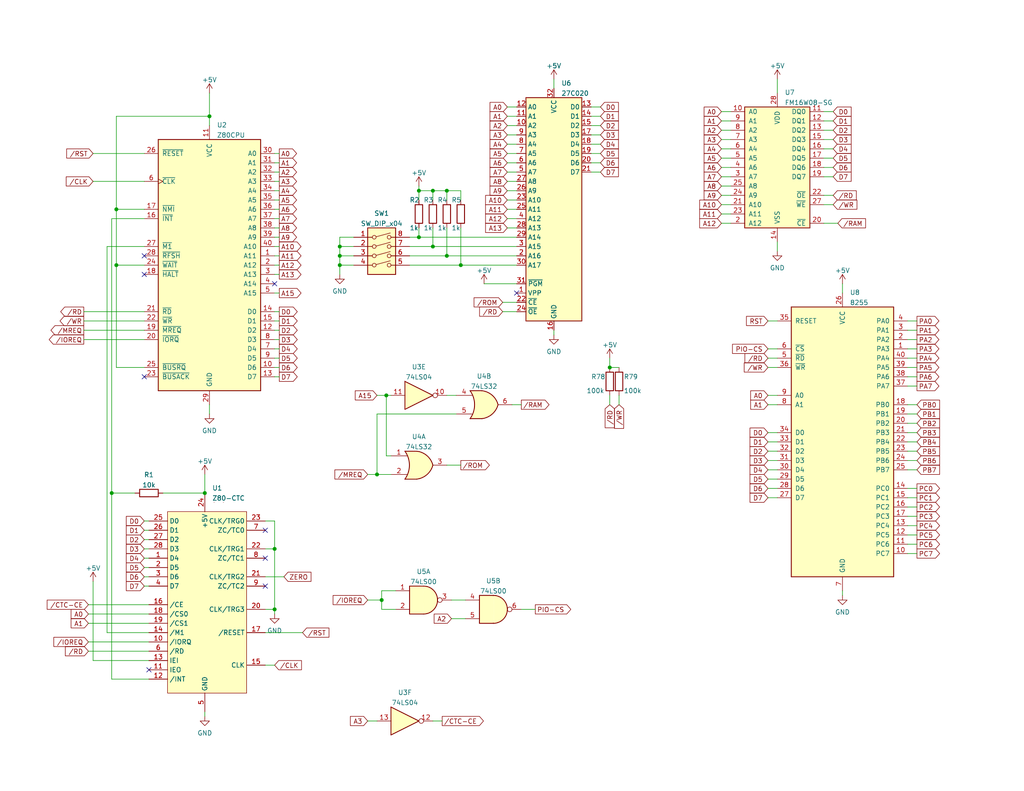
<source format=kicad_sch>
(kicad_sch (version 20211123) (generator eeschema)
  (paper "USLetter")
  (title_block (title "CPU and Memory") (date "2022-02-05") (rev "1.1") (company "ePinball") (comment 1 "github.com/jfleitz/gp-mpu"))
  (junction (at 74.93 149.86))
  (junction (at 57.15 31.75))
  (junction (at 166.37 100.33))
  (junction (at 92.71 67.31))
  (junction (at 121.92 69.85))
  (junction (at 118.11 67.31))
  (junction (at 105.41 107.95))
  (junction (at 74.93 166.37))
  (junction (at 104.14 163.83))
  (junction (at 114.3 52.07))
  (junction (at 125.73 72.39))
  (junction (at 30.48 134.62))
  (junction (at 114.3 64.77))
  (junction (at 92.71 72.39))
  (junction (at 118.11 52.07))
  (junction (at 31.75 72.39))
  (junction (at 55.88 134.62))
  (junction (at 121.92 52.07))
  (junction (at 92.71 69.85))
  (junction (at 31.75 57.15))
  (junction (at 102.87 129.54))
  (no_connect (at 140.97 80.01))
  (no_connect (at 74.93 77.47))
  (no_connect (at 39.37 69.85))
  (no_connect (at 39.37 74.93))
  (no_connect (at 39.37 102.87))
  (no_connect (at 72.39 144.78))
  (no_connect (at 72.39 152.4))
  (no_connect (at 72.39 160.02))
  (no_connect (at 40.64 182.88))
  (wire (pts (xy 25.4 158.75) (xy 25.4 180.34)))
  (wire (pts (xy 224.79 30.48) (xy 227.33 30.48)))
  (wire (pts (xy 74.93 74.93) (xy 76.2 74.93)))
  (wire (pts (xy 161.29 44.45) (xy 163.83 44.45)))
  (wire (pts (xy 151.13 21.59) (xy 151.13 24.13)))
  (wire (pts (xy 196.85 48.26) (xy 199.39 48.26)))
  (wire (pts (xy 24.13 165.1) (xy 40.64 165.1)))
  (wire (pts (xy 74.93 67.31) (xy 76.2 67.31)))
  (wire (pts (xy 39.37 149.86) (xy 40.64 149.86)))
  (wire (pts (xy 74.93 46.99) (xy 76.2 46.99)))
  (wire (pts (xy 24.13 170.18) (xy 40.64 170.18)))
  (wire (pts (xy 72.39 149.86) (xy 74.93 149.86)))
  (wire (pts (xy 74.93 41.91) (xy 76.2 41.91)))
  (wire (pts (xy 22.86 92.71) (xy 39.37 92.71)))
  (wire (pts (xy 118.11 62.23) (xy 118.11 67.31)))
  (wire (pts (xy 125.73 72.39) (xy 140.97 72.39)))
  (wire (pts (xy 92.71 67.31) (xy 92.71 64.77)))
  (wire (pts (xy 114.3 62.23) (xy 114.3 64.77)))
  (wire (pts (xy 74.93 64.77) (xy 76.2 64.77)))
  (wire (pts (xy 247.65 97.79) (xy 250.19 97.79)))
  (wire (pts (xy 247.65 92.71) (xy 250.19 92.71)))
  (wire (pts (xy 118.11 54.61) (xy 118.11 52.07)))
  (wire (pts (xy 161.29 31.75) (xy 163.83 31.75)))
  (wire (pts (xy 31.75 100.33) (xy 39.37 100.33)))
  (wire (pts (xy 74.93 44.45) (xy 76.2 44.45)))
  (wire (pts (xy 118.11 67.31) (xy 140.97 67.31)))
  (wire (pts (xy 142.24 166.37) (xy 146.05 166.37)))
  (wire (pts (xy 247.65 151.13) (xy 250.19 151.13)))
  (wire (pts (xy 138.43 29.21) (xy 140.97 29.21)))
  (wire (pts (xy 196.85 40.64) (xy 199.39 40.64)))
  (wire (pts (xy 209.55 133.35) (xy 212.09 133.35)))
  (wire (pts (xy 247.65 110.49) (xy 250.19 110.49)))
  (wire (pts (xy 209.55 95.25) (xy 212.09 95.25)))
  (wire (pts (xy 224.79 40.64) (xy 227.33 40.64)))
  (wire (pts (xy 121.92 52.07) (xy 121.92 54.61)))
  (wire (pts (xy 92.71 72.39) (xy 92.71 69.85)))
  (wire (pts (xy 92.71 72.39) (xy 96.52 72.39)))
  (wire (pts (xy 196.85 60.96) (xy 199.39 60.96)))
  (wire (pts (xy 247.65 135.89) (xy 250.19 135.89)))
  (wire (pts (xy 196.85 38.1) (xy 199.39 38.1)))
  (wire (pts (xy 138.43 34.29) (xy 140.97 34.29)))
  (wire (pts (xy 209.55 130.81) (xy 212.09 130.81)))
  (wire (pts (xy 114.3 64.77) (xy 140.97 64.77)))
  (wire (pts (xy 224.79 55.88) (xy 227.33 55.88)))
  (wire (pts (xy 24.13 167.64) (xy 40.64 167.64)))
  (wire (pts (xy 104.14 166.37) (xy 107.95 166.37)))
  (wire (pts (xy 39.37 142.24) (xy 40.64 142.24)))
  (wire (pts (xy 102.87 129.54) (xy 106.68 129.54)))
  (wire (pts (xy 106.68 124.46) (xy 105.41 124.46)))
  (wire (pts (xy 30.48 59.69) (xy 30.48 134.62)))
  (wire (pts (xy 118.11 52.07) (xy 114.3 52.07)))
  (wire (pts (xy 31.75 31.75) (xy 57.15 31.75)))
  (wire (pts (xy 161.29 39.37) (xy 163.83 39.37)))
  (wire (pts (xy 57.15 25.4) (xy 57.15 31.75)))
  (wire (pts (xy 22.86 90.17) (xy 39.37 90.17)))
  (wire (pts (xy 39.37 157.48) (xy 40.64 157.48)))
  (wire (pts (xy 247.65 138.43) (xy 250.19 138.43)))
  (wire (pts (xy 102.87 113.03) (xy 102.87 129.54)))
  (wire (pts (xy 196.85 50.8) (xy 199.39 50.8)))
  (wire (pts (xy 74.93 59.69) (xy 76.2 59.69)))
  (wire (pts (xy 138.43 31.75) (xy 140.97 31.75)))
  (wire (pts (xy 39.37 57.15) (xy 31.75 57.15)))
  (wire (pts (xy 196.85 43.18) (xy 199.39 43.18)))
  (wire (pts (xy 74.93 57.15) (xy 76.2 57.15)))
  (wire (pts (xy 74.93 142.24) (xy 74.93 149.86)))
  (wire (pts (xy 209.55 125.73) (xy 212.09 125.73)))
  (wire (pts (xy 57.15 31.75) (xy 57.15 34.29)))
  (wire (pts (xy 138.43 46.99) (xy 140.97 46.99)))
  (wire (pts (xy 92.71 64.77) (xy 96.52 64.77)))
  (wire (pts (xy 161.29 36.83) (xy 163.83 36.83)))
  (wire (pts (xy 118.11 52.07) (xy 121.92 52.07)))
  (wire (pts (xy 72.39 157.48) (xy 77.47 157.48)))
  (wire (pts (xy 31.75 57.15) (xy 31.75 31.75)))
  (wire (pts (xy 196.85 58.42) (xy 199.39 58.42)))
  (wire (pts (xy 247.65 90.17) (xy 250.19 90.17)))
  (wire (pts (xy 44.45 134.62) (xy 55.88 134.62)))
  (wire (pts (xy 166.37 107.95) (xy 166.37 110.49)))
  (wire (pts (xy 168.91 107.95) (xy 168.91 110.49)))
  (wire (pts (xy 121.92 107.95) (xy 124.46 107.95)))
  (wire (pts (xy 25.4 49.53) (xy 39.37 49.53)))
  (wire (pts (xy 39.37 147.32) (xy 40.64 147.32)))
  (wire (pts (xy 118.11 196.85) (xy 120.65 196.85)))
  (wire (pts (xy 74.93 100.33) (xy 76.2 100.33)))
  (wire (pts (xy 138.43 62.23) (xy 140.97 62.23)))
  (wire (pts (xy 224.79 43.18) (xy 227.33 43.18)))
  (wire (pts (xy 209.55 87.63) (xy 212.09 87.63)))
  (wire (pts (xy 100.33 129.54) (xy 102.87 129.54)))
  (wire (pts (xy 196.85 30.48) (xy 199.39 30.48)))
  (wire (pts (xy 74.93 69.85) (xy 76.2 69.85)))
  (wire (pts (xy 123.19 163.83) (xy 127 163.83)))
  (wire (pts (xy 138.43 52.07) (xy 140.97 52.07)))
  (wire (pts (xy 74.93 80.01) (xy 76.2 80.01)))
  (wire (pts (xy 74.93 85.09) (xy 76.2 85.09)))
  (wire (pts (xy 111.76 72.39) (xy 125.73 72.39)))
  (wire (pts (xy 137.16 82.55) (xy 140.97 82.55)))
  (wire (pts (xy 209.55 118.11) (xy 212.09 118.11)))
  (wire (pts (xy 55.88 129.54) (xy 55.88 134.62)))
  (wire (pts (xy 105.41 107.95) (xy 105.41 124.46)))
  (wire (pts (xy 74.93 87.63) (xy 76.2 87.63)))
  (wire (pts (xy 39.37 152.4) (xy 40.64 152.4)))
  (wire (pts (xy 247.65 125.73) (xy 250.19 125.73)))
  (wire (pts (xy 92.71 74.93) (xy 92.71 72.39)))
  (wire (pts (xy 138.43 44.45) (xy 140.97 44.45)))
  (wire (pts (xy 114.3 50.8) (xy 114.3 52.07)))
  (wire (pts (xy 224.79 53.34) (xy 227.33 53.34)))
  (wire (pts (xy 24.13 175.26) (xy 40.64 175.26)))
  (wire (pts (xy 121.92 52.07) (xy 125.73 52.07)))
  (wire (pts (xy 100.33 163.83) (xy 104.14 163.83)))
  (wire (pts (xy 196.85 33.02) (xy 199.39 33.02)))
  (wire (pts (xy 121.92 62.23) (xy 121.92 69.85)))
  (wire (pts (xy 196.85 35.56) (xy 199.39 35.56)))
  (wire (pts (xy 247.65 133.35) (xy 250.19 133.35)))
  (wire (pts (xy 209.55 123.19) (xy 212.09 123.19)))
  (wire (pts (xy 247.65 146.05) (xy 250.19 146.05)))
  (wire (pts (xy 224.79 45.72) (xy 227.33 45.72)))
  (wire (pts (xy 247.65 148.59) (xy 250.19 148.59)))
  (wire (pts (xy 74.93 92.71) (xy 76.2 92.71)))
  (wire (pts (xy 132.08 77.47) (xy 140.97 77.47)))
  (wire (pts (xy 74.93 54.61) (xy 76.2 54.61)))
  (wire (pts (xy 121.92 69.85) (xy 140.97 69.85)))
  (wire (pts (xy 209.55 97.79) (xy 212.09 97.79)))
  (wire (pts (xy 247.65 120.65) (xy 250.19 120.65)))
  (wire (pts (xy 125.73 62.23) (xy 125.73 72.39)))
  (wire (pts (xy 138.43 41.91) (xy 140.97 41.91)))
  (wire (pts (xy 30.48 185.42) (xy 40.64 185.42)))
  (wire (pts (xy 121.92 127) (xy 125.73 127)))
  (wire (pts (xy 29.21 172.72) (xy 40.64 172.72)))
  (wire (pts (xy 22.86 87.63) (xy 39.37 87.63)))
  (wire (pts (xy 31.75 57.15) (xy 31.75 72.39)))
  (wire (pts (xy 74.93 49.53) (xy 76.2 49.53)))
  (wire (pts (xy 39.37 144.78) (xy 40.64 144.78)))
  (wire (pts (xy 196.85 55.88) (xy 199.39 55.88)))
  (wire (pts (xy 125.73 52.07) (xy 125.73 54.61)))
  (wire (pts (xy 107.95 161.29) (xy 104.14 161.29)))
  (wire (pts (xy 111.76 69.85) (xy 121.92 69.85)))
  (wire (pts (xy 39.37 160.02) (xy 40.64 160.02)))
  (wire (pts (xy 212.09 66.04) (xy 212.09 68.58)))
  (wire (pts (xy 138.43 36.83) (xy 140.97 36.83)))
  (wire (pts (xy 114.3 52.07) (xy 114.3 54.61)))
  (wire (pts (xy 74.93 72.39) (xy 76.2 72.39)))
  (wire (pts (xy 111.76 67.31) (xy 118.11 67.31)))
  (wire (pts (xy 224.79 60.96) (xy 228.6 60.96)))
  (wire (pts (xy 161.29 41.91) (xy 163.83 41.91)))
  (wire (pts (xy 247.65 123.19) (xy 250.19 123.19)))
  (wire (pts (xy 166.37 100.33) (xy 168.91 100.33)))
  (wire (pts (xy 138.43 39.37) (xy 140.97 39.37)))
  (wire (pts (xy 72.39 166.37) (xy 74.93 166.37)))
  (wire (pts (xy 161.29 46.99) (xy 163.83 46.99)))
  (wire (pts (xy 212.09 21.59) (xy 212.09 25.4)))
  (wire (pts (xy 25.4 41.91) (xy 39.37 41.91)))
  (wire (pts (xy 247.65 113.03) (xy 250.19 113.03)))
  (wire (pts (xy 138.43 49.53) (xy 140.97 49.53)))
  (wire (pts (xy 209.55 110.49) (xy 212.09 110.49)))
  (wire (pts (xy 72.39 181.61) (xy 74.93 181.61)))
  (wire (pts (xy 151.13 90.17) (xy 151.13 91.44)))
  (wire (pts (xy 29.21 67.31) (xy 29.21 172.72)))
  (wire (pts (xy 74.93 149.86) (xy 74.93 166.37)))
  (wire (pts (xy 31.75 72.39) (xy 39.37 72.39)))
  (wire (pts (xy 72.39 142.24) (xy 74.93 142.24)))
  (wire (pts (xy 111.76 64.77) (xy 114.3 64.77)))
  (wire (pts (xy 39.37 59.69) (xy 30.48 59.69)))
  (wire (pts (xy 55.88 194.31) (xy 55.88 195.58)))
  (wire (pts (xy 247.65 140.97) (xy 250.19 140.97)))
  (wire (pts (xy 102.87 107.95) (xy 105.41 107.95)))
  (wire (pts (xy 209.55 128.27) (xy 212.09 128.27)))
  (wire (pts (xy 196.85 53.34) (xy 199.39 53.34)))
  (wire (pts (xy 209.55 135.89) (xy 212.09 135.89)))
  (wire (pts (xy 72.39 172.72) (xy 82.55 172.72)))
  (wire (pts (xy 247.65 143.51) (xy 250.19 143.51)))
  (wire (pts (xy 24.13 177.8) (xy 40.64 177.8)))
  (wire (pts (xy 224.79 33.02) (xy 227.33 33.02)))
  (wire (pts (xy 105.41 107.95) (xy 106.68 107.95)))
  (wire (pts (xy 224.79 35.56) (xy 227.33 35.56)))
  (wire (pts (xy 138.43 57.15) (xy 140.97 57.15)))
  (wire (pts (xy 25.4 180.34) (xy 40.64 180.34)))
  (wire (pts (xy 104.14 163.83) (xy 104.14 166.37)))
  (wire (pts (xy 31.75 72.39) (xy 31.75 100.33)))
  (wire (pts (xy 224.79 38.1) (xy 227.33 38.1)))
  (wire (pts (xy 161.29 29.21) (xy 163.83 29.21)))
  (wire (pts (xy 166.37 97.79) (xy 166.37 100.33)))
  (wire (pts (xy 229.87 77.47) (xy 229.87 80.01)))
  (wire (pts (xy 30.48 134.62) (xy 30.48 185.42)))
  (wire (pts (xy 247.65 128.27) (xy 250.19 128.27)))
  (wire (pts (xy 161.29 34.29) (xy 163.83 34.29)))
  (wire (pts (xy 137.16 85.09) (xy 140.97 85.09)))
  (wire (pts (xy 104.14 161.29) (xy 104.14 163.83)))
  (wire (pts (xy 92.71 69.85) (xy 96.52 69.85)))
  (wire (pts (xy 224.79 48.26) (xy 227.33 48.26)))
  (wire (pts (xy 138.43 54.61) (xy 140.97 54.61)))
  (wire (pts (xy 74.93 52.07) (xy 76.2 52.07)))
  (wire (pts (xy 209.55 100.33) (xy 212.09 100.33)))
  (wire (pts (xy 209.55 107.95) (xy 212.09 107.95)))
  (wire (pts (xy 74.93 95.25) (xy 76.2 95.25)))
  (wire (pts (xy 39.37 67.31) (xy 29.21 67.31)))
  (wire (pts (xy 247.65 95.25) (xy 250.19 95.25)))
  (wire (pts (xy 22.86 85.09) (xy 39.37 85.09)))
  (wire (pts (xy 74.93 166.37) (xy 74.93 167.64)))
  (wire (pts (xy 123.19 168.91) (xy 127 168.91)))
  (wire (pts (xy 30.48 134.62) (xy 36.83 134.62)))
  (wire (pts (xy 247.65 87.63) (xy 250.19 87.63)))
  (wire (pts (xy 196.85 45.72) (xy 199.39 45.72)))
  (wire (pts (xy 92.71 69.85) (xy 92.71 67.31)))
  (wire (pts (xy 139.7 110.49) (xy 142.24 110.49)))
  (wire (pts (xy 39.37 154.94) (xy 40.64 154.94)))
  (wire (pts (xy 124.46 113.03) (xy 102.87 113.03)))
  (wire (pts (xy 57.15 110.49) (xy 57.15 113.03)))
  (wire (pts (xy 209.55 120.65) (xy 212.09 120.65)))
  (wire (pts (xy 74.93 90.17) (xy 76.2 90.17)))
  (wire (pts (xy 92.71 67.31) (xy 96.52 67.31)))
  (wire (pts (xy 247.65 105.41) (xy 250.19 105.41)))
  (wire (pts (xy 247.65 102.87) (xy 250.19 102.87)))
  (wire (pts (xy 247.65 118.11) (xy 250.19 118.11)))
  (wire (pts (xy 138.43 59.69) (xy 140.97 59.69)))
  (wire (pts (xy 247.65 115.57) (xy 250.19 115.57)))
  (wire (pts (xy 74.93 97.79) (xy 76.2 97.79)))
  (wire (pts (xy 229.87 161.29) (xy 229.87 162.56)))
  (wire (pts (xy 74.93 62.23) (xy 76.2 62.23)))
  (wire (pts (xy 247.65 100.33) (xy 250.19 100.33)))
  (wire (pts (xy 100.33 196.85) (xy 102.87 196.85)))
  (wire (pts (xy 74.93 102.87) (xy 76.2 102.87)))
  (global_label "{slash}RD" (shape input) (at 137.16 85.09 180) (property "Intersheet References" "${INTERSHEET_REFS}" (effects hide)))
  (global_label "{slash}IOREQ" (shape input) (at 100.33 163.83 180) (property "Intersheet References" "${INTERSHEET_REFS}" (effects hide)))
  (global_label "A10" (shape input) (at 138.43 54.61 180) (property "Intersheet References" "${INTERSHEET_REFS}" (effects hide)))
  (global_label "D4" (shape input) (at 209.55 128.27 180) (property "Intersheet References" "${INTERSHEET_REFS}" (effects hide)))
  (global_label "A7" (shape input) (at 138.43 46.99 180) (property "Intersheet References" "${INTERSHEET_REFS}" (effects hide)))
  (global_label "{slash}WR" (shape input) (at 227.33 55.88 0) (property "Intersheet References" "${INTERSHEET_REFS}" (effects hide)))
  (global_label "PB5" (shape input) (at 250.19 123.19 0) (property "Intersheet References" "${INTERSHEET_REFS}" (effects hide)))
  (global_label "D3" (shape output) (at 76.2 92.71 0) (property "Intersheet References" "${INTERSHEET_REFS}" (effects hide)))
  (global_label "{slash}RST" (shape input) (at 82.55 172.72 0) (property "Intersheet References" "${INTERSHEET_REFS}" (effects hide)))
  (global_label "D6" (shape input) (at 209.55 133.35 180) (property "Intersheet References" "${INTERSHEET_REFS}" (effects hide)))
  (global_label "D3" (shape input) (at 163.83 36.83 0) (property "Intersheet References" "${INTERSHEET_REFS}" (effects hide)))
  (global_label "PA7" (shape output) (at 250.19 105.41 0) (property "Intersheet References" "${INTERSHEET_REFS}" (effects hide)))
  (global_label "D2" (shape input) (at 209.55 123.19 180) (property "Intersheet References" "${INTERSHEET_REFS}" (effects hide)))
  (global_label "A3" (shape input) (at 138.43 36.83 180) (property "Intersheet References" "${INTERSHEET_REFS}" (effects hide)))
  (global_label "D7" (shape input) (at 163.83 46.99 0) (property "Intersheet References" "${INTERSHEET_REFS}" (effects hide)))
  (global_label "A7" (shape output) (at 76.2 59.69 0) (property "Intersheet References" "${INTERSHEET_REFS}" (effects hide)))
  (global_label "A0" (shape output) (at 76.2 41.91 0) (property "Intersheet References" "${INTERSHEET_REFS}" (effects hide)))
  (global_label "D1" (shape input) (at 39.37 144.78 180) (property "Intersheet References" "${INTERSHEET_REFS}" (effects hide)))
  (global_label "D0" (shape input) (at 227.33 30.48 0) (property "Intersheet References" "${INTERSHEET_REFS}" (effects hide)))
  (global_label "A4" (shape output) (at 76.2 52.07 0) (property "Intersheet References" "${INTERSHEET_REFS}" (effects hide)))
  (global_label "D0" (shape input) (at 39.37 142.24 180) (property "Intersheet References" "${INTERSHEET_REFS}" (effects hide)))
  (global_label "PB2" (shape input) (at 250.19 115.57 0) (property "Intersheet References" "${INTERSHEET_REFS}" (effects hide)))
  (global_label "PA4" (shape output) (at 250.19 97.79 0) (property "Intersheet References" "${INTERSHEET_REFS}" (effects hide)))
  (global_label "{slash}ROM" (shape input) (at 137.16 82.55 180) (property "Intersheet References" "${INTERSHEET_REFS}" (effects hide)))
  (global_label "D1" (shape input) (at 163.83 31.75 0) (property "Intersheet References" "${INTERSHEET_REFS}" (effects hide)))
  (global_label "{slash}CLK" (shape input) (at 25.4 49.53 180) (property "Intersheet References" "${INTERSHEET_REFS}" (effects hide)))
  (global_label "A1" (shape output) (at 76.2 44.45 0) (property "Intersheet References" "${INTERSHEET_REFS}" (effects hide)))
  (global_label "D3" (shape input) (at 39.37 149.86 180) (property "Intersheet References" "${INTERSHEET_REFS}" (effects hide)))
  (global_label "PB7" (shape input) (at 250.19 128.27 0) (property "Intersheet References" "${INTERSHEET_REFS}" (effects hide)))
  (global_label "D0" (shape output) (at 76.2 85.09 0) (property "Intersheet References" "${INTERSHEET_REFS}" (effects hide)))
  (global_label "{slash}RD" (shape input) (at 227.33 53.34 0) (property "Intersheet References" "${INTERSHEET_REFS}" (effects hide)))
  (global_label "A9" (shape input) (at 196.85 53.34 180) (property "Intersheet References" "${INTERSHEET_REFS}" (effects hide)))
  (global_label "D2" (shape output) (at 76.2 90.17 0) (property "Intersheet References" "${INTERSHEET_REFS}" (effects hide)))
  (global_label "PB4" (shape input) (at 250.19 120.65 0) (property "Intersheet References" "${INTERSHEET_REFS}" (effects hide)))
  (global_label "{slash}RST" (shape input) (at 25.4 41.91 180) (property "Intersheet References" "${INTERSHEET_REFS}" (effects hide)))
  (global_label "D0" (shape input) (at 209.55 118.11 180) (property "Intersheet References" "${INTERSHEET_REFS}" (effects hide)))
  (global_label "A5" (shape input) (at 138.43 41.91 180) (property "Intersheet References" "${INTERSHEET_REFS}" (effects hide)))
  (global_label "D7" (shape input) (at 227.33 48.26 0) (property "Intersheet References" "${INTERSHEET_REFS}" (effects hide)))
  (global_label "D6" (shape output) (at 76.2 100.33 0) (property "Intersheet References" "${INTERSHEET_REFS}" (effects hide)))
  (global_label "D5" (shape input) (at 209.55 130.81 180) (property "Intersheet References" "${INTERSHEET_REFS}" (effects hide)))
  (global_label "D2" (shape input) (at 227.33 35.56 0) (property "Intersheet References" "${INTERSHEET_REFS}" (effects hide)))
  (global_label "D6" (shape input) (at 163.83 44.45 0) (property "Intersheet References" "${INTERSHEET_REFS}" (effects hide)))
  (global_label "D2" (shape input) (at 163.83 34.29 0) (property "Intersheet References" "${INTERSHEET_REFS}" (effects hide)))
  (global_label "A6" (shape output) (at 76.2 57.15 0) (property "Intersheet References" "${INTERSHEET_REFS}" (effects hide)))
  (global_label "D1" (shape output) (at 76.2 87.63 0) (property "Intersheet References" "${INTERSHEET_REFS}" (effects hide)))
  (global_label "A15" (shape output) (at 76.2 80.01 0) (property "Intersheet References" "${INTERSHEET_REFS}" (effects hide)))
  (global_label "A3" (shape input) (at 196.85 38.1 180) (property "Intersheet References" "${INTERSHEET_REFS}" (effects hide)))
  (global_label "A10" (shape output) (at 76.2 67.31 0) (property "Intersheet References" "${INTERSHEET_REFS}" (effects hide)))
  (global_label "D4" (shape input) (at 163.83 39.37 0) (property "Intersheet References" "${INTERSHEET_REFS}" (effects hide)))
  (global_label "{slash}ROM" (shape output) (at 125.73 127 0) (property "Intersheet References" "${INTERSHEET_REFS}" (effects hide)))
  (global_label "{slash}RD" (shape input) (at 166.37 110.49 270) (property "Intersheet References" "${INTERSHEET_REFS}" (effects hide)))
  (global_label "PC3" (shape output) (at 250.19 140.97 0) (property "Intersheet References" "${INTERSHEET_REFS}" (effects hide)))
  (global_label "A4" (shape input) (at 138.43 39.37 180) (property "Intersheet References" "${INTERSHEET_REFS}" (effects hide)))
  (global_label "A11" (shape input) (at 138.43 57.15 180) (property "Intersheet References" "${INTERSHEET_REFS}" (effects hide)))
  (global_label "A12" (shape input) (at 196.85 60.96 180) (property "Intersheet References" "${INTERSHEET_REFS}" (effects hide)))
  (global_label "A13" (shape input) (at 138.43 62.23 180) (property "Intersheet References" "${INTERSHEET_REFS}" (effects hide)))
  (global_label "PB3" (shape input) (at 250.19 118.11 0) (property "Intersheet References" "${INTERSHEET_REFS}" (effects hide)))
  (global_label "A6" (shape input) (at 138.43 44.45 180) (property "Intersheet References" "${INTERSHEET_REFS}" (effects hide)))
  (global_label "{slash}WR" (shape input) (at 209.55 100.33 180) (property "Intersheet References" "${INTERSHEET_REFS}" (effects hide)))
  (global_label "PA6" (shape output) (at 250.19 102.87 0) (property "Intersheet References" "${INTERSHEET_REFS}" (effects hide)))
  (global_label "PIO-CS" (shape input) (at 209.55 95.25 180) (property "Intersheet References" "${INTERSHEET_REFS}" (effects hide)))
  (global_label "D3" (shape input) (at 227.33 38.1 0) (property "Intersheet References" "${INTERSHEET_REFS}" (effects hide)))
  (global_label "A3" (shape input) (at 100.33 196.85 180) (property "Intersheet References" "${INTERSHEET_REFS}" (effects hide)))
  (global_label "A15" (shape input) (at 102.87 107.95 180) (property "Intersheet References" "${INTERSHEET_REFS}" (effects hide)))
  (global_label "A2" (shape output) (at 76.2 46.99 0) (property "Intersheet References" "${INTERSHEET_REFS}" (effects hide)))
  (global_label "D4" (shape input) (at 227.33 40.64 0) (property "Intersheet References" "${INTERSHEET_REFS}" (effects hide)))
  (global_label "{slash}WR" (shape output) (at 22.86 87.63 180) (property "Intersheet References" "${INTERSHEET_REFS}" (effects hide)))
  (global_label "PC0" (shape output) (at 250.19 133.35 0) (property "Intersheet References" "${INTERSHEET_REFS}" (effects hide)))
  (global_label "D7" (shape input) (at 209.55 135.89 180) (property "Intersheet References" "${INTERSHEET_REFS}" (effects hide)))
  (global_label "PA3" (shape output) (at 250.19 95.25 0) (property "Intersheet References" "${INTERSHEET_REFS}" (effects hide)))
  (global_label "PC5" (shape output) (at 250.19 146.05 0) (property "Intersheet References" "${INTERSHEET_REFS}" (effects hide)))
  (global_label "PA0" (shape output) (at 250.19 87.63 0) (property "Intersheet References" "${INTERSHEET_REFS}" (effects hide)))
  (global_label "A1" (shape input) (at 138.43 31.75 180) (property "Intersheet References" "${INTERSHEET_REFS}" (effects hide)))
  (global_label "A8" (shape output) (at 76.2 62.23 0) (property "Intersheet References" "${INTERSHEET_REFS}" (effects hide)))
  (global_label "A12" (shape output) (at 76.2 72.39 0) (property "Intersheet References" "${INTERSHEET_REFS}" (effects hide)))
  (global_label "A1" (shape input) (at 209.55 110.49 180) (property "Intersheet References" "${INTERSHEET_REFS}" (effects hide)))
  (global_label "D6" (shape input) (at 227.33 45.72 0) (property "Intersheet References" "${INTERSHEET_REFS}" (effects hide)))
  (global_label "{slash}MREQ" (shape input) (at 100.33 129.54 180) (property "Intersheet References" "${INTERSHEET_REFS}" (effects hide)))
  (global_label "{slash}RD" (shape input) (at 209.55 97.79 180) (property "Intersheet References" "${INTERSHEET_REFS}" (effects hide)))
  (global_label "D7" (shape output) (at 76.2 102.87 0) (property "Intersheet References" "${INTERSHEET_REFS}" (effects hide)))
  (global_label "D4" (shape input) (at 39.37 152.4 180) (property "Intersheet References" "${INTERSHEET_REFS}" (effects hide)))
  (global_label "{slash}WR" (shape input) (at 168.91 110.49 270) (property "Intersheet References" "${INTERSHEET_REFS}" (effects hide)))
  (global_label "D5" (shape input) (at 227.33 43.18 0) (property "Intersheet References" "${INTERSHEET_REFS}" (effects hide)))
  (global_label "{slash}RD" (shape output) (at 22.86 85.09 180) (property "Intersheet References" "${INTERSHEET_REFS}" (effects hide)))
  (global_label "{slash}CTC-CE" (shape output) (at 120.65 196.85 0) (property "Intersheet References" "${INTERSHEET_REFS}" (effects hide)))
  (global_label "PA2" (shape output) (at 250.19 92.71 0) (property "Intersheet References" "${INTERSHEET_REFS}" (effects hide)))
  (global_label "PC1" (shape output) (at 250.19 135.89 0) (property "Intersheet References" "${INTERSHEET_REFS}" (effects hide)))
  (global_label "PA5" (shape output) (at 250.19 100.33 0) (property "Intersheet References" "${INTERSHEET_REFS}" (effects hide)))
  (global_label "D1" (shape input) (at 227.33 33.02 0) (property "Intersheet References" "${INTERSHEET_REFS}" (effects hide)))
  (global_label "D3" (shape input) (at 209.55 125.73 180) (property "Intersheet References" "${INTERSHEET_REFS}" (effects hide)))
  (global_label "A0" (shape input) (at 209.55 107.95 180) (property "Intersheet References" "${INTERSHEET_REFS}" (effects hide)))
  (global_label "A4" (shape input) (at 196.85 40.64 180) (property "Intersheet References" "${INTERSHEET_REFS}" (effects hide)))
  (global_label "D0" (shape input) (at 163.83 29.21 0) (property "Intersheet References" "${INTERSHEET_REFS}" (effects hide)))
  (global_label "{slash}RD" (shape input) (at 24.13 177.8 180) (property "Intersheet References" "${INTERSHEET_REFS}" (effects hide)))
  (global_label "A1" (shape input) (at 196.85 33.02 180) (property "Intersheet References" "${INTERSHEET_REFS}" (effects hide)))
  (global_label "A11" (shape input) (at 196.85 58.42 180) (property "Intersheet References" "${INTERSHEET_REFS}" (effects hide)))
  (global_label "A0" (shape input) (at 24.13 167.64 180) (property "Intersheet References" "${INTERSHEET_REFS}" (effects hide)))
  (global_label "D2" (shape input) (at 39.37 147.32 180) (property "Intersheet References" "${INTERSHEET_REFS}" (effects hide)))
  (global_label "A5" (shape output) (at 76.2 54.61 0) (property "Intersheet References" "${INTERSHEET_REFS}" (effects hide)))
  (global_label "D4" (shape output) (at 76.2 95.25 0) (property "Intersheet References" "${INTERSHEET_REFS}" (effects hide)))
  (global_label "{slash}CLK" (shape input) (at 74.93 181.61 0) (property "Intersheet References" "${INTERSHEET_REFS}" (effects hide)))
  (global_label "PB6" (shape input) (at 250.19 125.73 0) (property "Intersheet References" "${INTERSHEET_REFS}" (effects hide)))
  (global_label "PC2" (shape output) (at 250.19 138.43 0) (property "Intersheet References" "${INTERSHEET_REFS}" (effects hide)))
  (global_label "PC4" (shape output) (at 250.19 143.51 0) (property "Intersheet References" "${INTERSHEET_REFS}" (effects hide)))
  (global_label "{slash}IOREQ" (shape input) (at 24.13 175.26 180) (property "Intersheet References" "${INTERSHEET_REFS}" (effects hide)))
  (global_label "PC6" (shape output) (at 250.19 148.59 0) (property "Intersheet References" "${INTERSHEET_REFS}" (effects hide)))
  (global_label "A12" (shape input) (at 138.43 59.69 180) (property "Intersheet References" "${INTERSHEET_REFS}" (effects hide)))
  (global_label "D7" (shape input) (at 39.37 160.02 180) (property "Intersheet References" "${INTERSHEET_REFS}" (effects hide)))
  (global_label "ZERO" (shape input) (at 77.47 157.48 0) (property "Intersheet References" "${INTERSHEET_REFS}" (effects hide)))
  (global_label "A1" (shape input) (at 24.13 170.18 180) (property "Intersheet References" "${INTERSHEET_REFS}" (effects hide)))
  (global_label "{slash}RAM" (shape input) (at 228.6 60.96 0) (property "Intersheet References" "${INTERSHEET_REFS}" (effects hide)))
  (global_label "{slash}CTC-CE" (shape input) (at 24.13 165.1 180) (property "Intersheet References" "${INTERSHEET_REFS}" (effects hide)))
  (global_label "{slash}IOREQ" (shape output) (at 22.86 92.71 180) (property "Intersheet References" "${INTERSHEET_REFS}" (effects hide)))
  (global_label "PB0" (shape input) (at 250.19 110.49 0) (property "Intersheet References" "${INTERSHEET_REFS}" (effects hide)))
  (global_label "A10" (shape input) (at 196.85 55.88 180) (property "Intersheet References" "${INTERSHEET_REFS}" (effects hide)))
  (global_label "A9" (shape output) (at 76.2 64.77 0) (property "Intersheet References" "${INTERSHEET_REFS}" (effects hide)))
  (global_label "D5" (shape output) (at 76.2 97.79 0) (property "Intersheet References" "${INTERSHEET_REFS}" (effects hide)))
  (global_label "A8" (shape input) (at 138.43 49.53 180) (property "Intersheet References" "${INTERSHEET_REFS}" (effects hide)))
  (global_label "A7" (shape input) (at 196.85 48.26 180) (property "Intersheet References" "${INTERSHEET_REFS}" (effects hide)))
  (global_label "A3" (shape output) (at 76.2 49.53 0) (property "Intersheet References" "${INTERSHEET_REFS}" (effects hide)))
  (global_label "A0" (shape input) (at 196.85 30.48 180) (property "Intersheet References" "${INTERSHEET_REFS}" (effects hide)))
  (global_label "D5" (shape input) (at 39.37 154.94 180) (property "Intersheet References" "${INTERSHEET_REFS}" (effects hide)))
  (global_label "D1" (shape input) (at 209.55 120.65 180) (property "Intersheet References" "${INTERSHEET_REFS}" (effects hide)))
  (global_label "A2" (shape input) (at 123.19 168.91 180) (property "Intersheet References" "${INTERSHEET_REFS}" (effects hide)))
  (global_label "PC7" (shape output) (at 250.19 151.13 0) (property "Intersheet References" "${INTERSHEET_REFS}" (effects hide)))
  (global_label "A6" (shape input) (at 196.85 45.72 180) (property "Intersheet References" "${INTERSHEET_REFS}" (effects hide)))
  (global_label "A5" (shape input) (at 196.85 43.18 180) (property "Intersheet References" "${INTERSHEET_REFS}" (effects hide)))
  (global_label "A9" (shape input) (at 138.43 52.07 180) (property "Intersheet References" "${INTERSHEET_REFS}" (effects hide)))
  (global_label "A0" (shape input) (at 138.43 29.21 180) (property "Intersheet References" "${INTERSHEET_REFS}" (effects hide)))
  (global_label "PB1" (shape input) (at 250.19 113.03 0) (property "Intersheet References" "${INTERSHEET_REFS}" (effects hide)))
  (global_label "RST" (shape input) (at 209.55 87.63 180) (property "Intersheet References" "${INTERSHEET_REFS}" (effects hide)))
  (global_label "A11" (shape output) (at 76.2 69.85 0) (property "Intersheet References" "${INTERSHEET_REFS}" (effects hide)))
  (global_label "D6" (shape input) (at 39.37 157.48 180) (property "Intersheet References" "${INTERSHEET_REFS}" (effects hide)))
  (global_label "PA1" (shape output) (at 250.19 90.17 0) (property "Intersheet References" "${INTERSHEET_REFS}" (effects hide)))
  (global_label "A13" (shape output) (at 76.2 74.93 0) (property "Intersheet References" "${INTERSHEET_REFS}" (effects hide)))
  (global_label "{slash}RAM" (shape output) (at 142.24 110.49 0) (property "Intersheet References" "${INTERSHEET_REFS}" (effects hide)))
  (global_label "A2" (shape input) (at 138.43 34.29 180) (property "Intersheet References" "${INTERSHEET_REFS}" (effects hide)))
  (global_label "A2" (shape input) (at 196.85 35.56 180) (property "Intersheet References" "${INTERSHEET_REFS}" (effects hide)))
  (global_label "D5" (shape input) (at 163.83 41.91 0) (property "Intersheet References" "${INTERSHEET_REFS}" (effects hide)))
  (global_label "PIO-CS" (shape output) (at 146.05 166.37 0) (property "Intersheet References" "${INTERSHEET_REFS}" (effects hide)))
  (global_label "A8" (shape input) (at 196.85 50.8 180) (property "Intersheet References" "${INTERSHEET_REFS}" (effects hide)))
  (global_label "{slash}MREQ" (shape output) (at 22.86 90.17 180) (property "Intersheet References" "${INTERSHEET_REFS}" (effects hide)))
  (symbol (lib_id "74xx:74LS00") (at 134.62 166.37 0) (unit 2)
    (property "Reference" "U5" (at 134.62 158.5935 0))
    (property "Value" "74LS00" (at 134.62 161.3686 0))
    (property "Footprint" "Package_DIP:DIP-14_W7.62mm_LongPads" (effects hide))
    (property "Datasheet" "http://www.ti.com/lit/gpn/sn74ls00" (effects hide))
  )
  (symbol (lib_id "power:+5V") (at 151.13 21.59 0) (unit 1)
    (property "Reference" "#PWR09" (effects hide))
    (property "Value" "+5V" (at 151.13 17.9855 0))
  )
  (symbol (lib_id "power:GND") (at 151.13 91.44 0) (unit 1)
    (property "Reference" "#PWR010" (effects hide))
    (property "Value" "GND" (at 151.13 96.0025 0))
  )
  (symbol (lib_id "Device:R") (at 125.73 58.42 0) (unit 1)
    (property "Reference" "R5" (at 123.19 54.61 0) (effects (justify left)))
    (property "Value" "1k" (at 123.19 62.23 0) (effects (justify left)))
    (property "Footprint" "Resistor_THT:R_Axial_DIN0207_L6.3mm_D2.5mm_P10.16mm_Horizontal" (effects hide))
  )
  (symbol (lib_id "Device:R") (at 40.64 134.62 90) (unit 1)
    (property "Reference" "R1" (at 40.64 129.6375 90))
    (property "Value" "10k" (at 40.64 132.4126 90))
    (property "Footprint" "Resistor_THT:R_Axial_DIN0207_L6.3mm_D2.5mm_P10.16mm_Horizontal" (effects hide))
  )
  (symbol (lib_id "power:GND") (at 229.87 162.56 0) (unit 1)
    (property "Reference" "#PWR014" (effects hide))
    (property "Value" "GND" (at 229.87 167.1225 0))
  )
  (symbol (lib_id "power:+5V") (at 55.88 129.54 0) (unit 1)
    (property "Reference" "#PWR02" (effects hide))
    (property "Value" "+5V" (at 55.88 125.9355 0))
  )
  (symbol (lib_id "Device:R") (at 118.11 58.42 0) (unit 1)
    (property "Reference" "R3" (at 115.57 54.61 0) (effects (justify left)))
    (property "Value" "1k" (at 115.57 62.23 0) (effects (justify left)))
    (property "Footprint" "Resistor_THT:R_Axial_DIN0207_L6.3mm_D2.5mm_P10.16mm_Horizontal" (effects hide))
  )
  (symbol (lib_id "power:+5V") (at 132.08 77.47 0) (unit 1)
    (property "Reference" "#PWR059" (effects hide))
    (property "Value" "+5V" (at 132.08 73.8655 0))
  )
  (symbol (lib_id "power:+5V") (at 25.4 158.75 0) (unit 1)
    (property "Reference" "#PWR01" (effects hide))
    (property "Value" "+5V" (at 25.4 155.1455 0))
  )
  (symbol (lib_id "Memory_NVRAM:FM16W08-SG") (at 212.09 45.72 0) (unit 1)
    (property "Reference" "U7" (at 214.1094 25.2435 0) (effects (justify left)))
    (property "Value" "FM16W08-SG" (at 214.1094 28.0186 0) (effects (justify left)))
    (property "Footprint" "Package_DIP:DIP-28_W15.24mm_LongPads" (effects hide))
    (property "Datasheet" "http://www.cypress.com/file/41731/download" (effects hide))
  )
  (symbol (lib_id "power:GND") (at 92.71 74.93 0) (unit 1)
    (property "Reference" "#PWR07" (effects hide))
    (property "Value" "GND" (at 92.71 79.4925 0))
  )
  (symbol (lib_id "power:+5V") (at 166.37 97.79 0) (unit 1)
    (property "Reference" "#PWR060" (effects hide))
    (property "Value" "+5V" (at 166.37 94.1855 0))
  )
  (symbol (lib_id "Interface:8255") (at 229.87 120.65 0) (unit 1)
    (property "Reference" "U8" (at 231.8894 79.8535 0) (effects (justify left)))
    (property "Value" "8255" (at 231.8894 82.6286 0) (effects (justify left)))
    (property "Footprint" "Package_DIP:DIP-40_W15.24mm" (effects hide))
    (property "Datasheet" "http://aturing.umcs.maine.edu/~meadow/courses/cos335/Intel8255A.pdf" (effects hide))
  )
  (symbol (lib_id "Device:R") (at 121.92 58.42 0) (unit 1)
    (property "Reference" "R4" (at 119.38 54.61 0) (effects (justify left)))
    (property "Value" "1k" (at 119.38 62.23 0) (effects (justify left)))
    (property "Footprint" "Resistor_THT:R_Axial_DIN0207_L6.3mm_D2.5mm_P10.16mm_Horizontal" (effects hide))
  )
  (symbol (lib_id "74xx:74LS32") (at 114.3 127 0) (unit 1)
    (property "Reference" "U4" (at 114.3 119.2235 0))
    (property "Value" "74LS32" (at 114.3 121.9986 0))
    (property "Footprint" "Package_DIP:DIP-14_W7.62mm_LongPads" (effects hide))
    (property "Datasheet" "http://www.ti.com/lit/gpn/sn74LS32" (effects hide))
  )
  (symbol (lib_id "74xx:74LS04") (at 114.3 107.95 0) (unit 5)
    (property "Reference" "U3" (at 114.3 100.1735 0))
    (property "Value" "74LS04" (at 114.3 102.9486 0))
    (property "Footprint" "Package_DIP:DIP-14_W7.62mm_LongPads" (effects hide))
    (property "Datasheet" "http://www.ti.com/lit/gpn/sn74LS04" (effects hide))
  )
  (symbol (lib_id "Switch:SW_DIP_x04") (at 104.14 69.85 0) (unit 1)
    (property "Reference" "SW1" (at 104.14 58.2635 0))
    (property "Value" "SW_DIP_x04" (at 104.14 61.0386 0))
    (property "Footprint" "Package_DIP:DIP-8_W7.62mm_LongPads" (effects hide))
  )
  (symbol (lib_id "CPU:Z80CPU") (at 57.15 72.39 0) (unit 1)
    (property "Reference" "U2" (at 59.1694 34.1335 0) (effects (justify left)))
    (property "Value" "Z80CPU" (at 59.1694 36.9086 0) (effects (justify left)))
    (property "Footprint" "Package_DIP:DIP-40_W15.24mm_Socket_LongPads" (effects hide))
    (property "Datasheet" "www.zilog.com/manage_directlink.php?filepath=docs/z80/um0080" (effects hide))
  )
  (symbol (lib_id "power:+5V") (at 114.3 50.8 0) (unit 1)
    (property "Reference" "#PWR08" (effects hide))
    (property "Value" "+5V" (at 114.3 47.1955 0))
  )
  (symbol (lib_id "power:+5V") (at 212.09 21.59 0) (unit 1)
    (property "Reference" "#PWR011" (effects hide))
    (property "Value" "+5V" (at 212.09 17.9855 0))
  )
  (symbol (lib_id "Memory_EPROM:27C020") (at 151.13 57.15 0) (unit 1)
    (property "Reference" "U6" (at 153.1494 22.7035 0) (effects (justify left)))
    (property "Value" "27C020" (at 153.1494 25.4786 0) (effects (justify left)))
    (property "Footprint" "Package_DIP:DIP-32_W15.24mm_Socket_LongPads" (effects hide))
    (property "Datasheet" "http://ww1.microchip.com/downloads/en/devicedoc/doc0570.pdf" (effects hide))
  )
  (symbol (lib_id "74xx:74LS32") (at 132.08 110.49 0) (unit 2)
    (property "Reference" "U4" (at 132.08 102.7135 0))
    (property "Value" "74LS32" (at 132.08 105.4886 0))
    (property "Footprint" "Package_DIP:DIP-14_W7.62mm_LongPads" (effects hide))
    (property "Datasheet" "http://www.ti.com/lit/gpn/sn74LS32" (effects hide))
  )
  (symbol (lib_id "gp-parts:Z80-CTC") (at 50.8 139.7 0) (unit 1)
    (property "Reference" "U1" (at 57.8994 133.2443 0) (effects (justify left)))
    (property "Value" "Z80-CTC" (at 57.8994 136.0194 0) (effects (justify left)))
    (property "Footprint" "Package_DIP:DIP-28_W15.24mm_Socket_LongPads" (effects hide))
  )
  (symbol (lib_id "power:GND") (at 55.88 195.58 0) (unit 1)
    (property "Reference" "#PWR03" (effects hide))
    (property "Value" "GND" (at 55.88 200.1425 0))
  )
  (symbol (lib_id "power:GND") (at 74.93 167.64 0) (unit 1)
    (property "Reference" "#PWR06" (effects hide))
    (property "Value" "GND" (at 74.93 172.2025 0))
  )
  (symbol (lib_id "74xx:74LS04") (at 110.49 196.85 0) (unit 6)
    (property "Reference" "U3" (at 110.49 189.0735 0))
    (property "Value" "74LS04" (at 110.49 191.8486 0))
    (property "Footprint" "Package_DIP:DIP-14_W7.62mm_LongPads" (effects hide))
    (property "Datasheet" "http://www.ti.com/lit/gpn/sn74LS04" (effects hide))
  )
  (symbol (lib_id "74xx:74LS00") (at 115.57 163.83 0) (unit 1)
    (property "Reference" "U5" (at 115.57 156.0535 0))
    (property "Value" "74LS00" (at 115.57 158.8286 0))
    (property "Footprint" "Package_DIP:DIP-14_W7.62mm_LongPads" (effects hide))
    (property "Datasheet" "http://www.ti.com/lit/gpn/sn74ls00" (effects hide))
  )
  (symbol (lib_id "Device:R") (at 168.91 104.14 0) (unit 1)
    (property "Reference" "R79" (at 170.18 102.87 0) (effects (justify left)))
    (property "Value" "100k" (at 170.18 106.68 0) (effects (justify left)))
    (property "Footprint" "Resistor_THT:R_Axial_DIN0207_L6.3mm_D2.5mm_P10.16mm_Horizontal" (effects hide))
  )
  (symbol (lib_id "power:GND") (at 57.15 113.03 0) (unit 1)
    (property "Reference" "#PWR05" (effects hide))
    (property "Value" "GND" (at 57.15 117.5925 0))
  )
  (symbol (lib_id "power:+5V") (at 57.15 25.4 0) (unit 1)
    (property "Reference" "#PWR04" (effects hide))
    (property "Value" "+5V" (at 57.15 21.7955 0))
  )
  (symbol (lib_id "Device:R") (at 166.37 104.14 0) (unit 1)
    (property "Reference" "R78" (at 161.29 102.87 0) (effects (justify left)))
    (property "Value" "100k" (at 160.02 106.68 0) (effects (justify left)))
    (property "Footprint" "Resistor_THT:R_Axial_DIN0207_L6.3mm_D2.5mm_P10.16mm_Horizontal" (effects hide))
  )
  (symbol (lib_id "Device:R") (at 114.3 58.42 0) (unit 1)
    (property "Reference" "R2" (at 111.76 54.61 0) (effects (justify left)))
    (property "Value" "1k" (at 111.76 62.23 0) (effects (justify left)))
    (property "Footprint" "Resistor_THT:R_Axial_DIN0207_L6.3mm_D2.5mm_P10.16mm_Horizontal" (effects hide))
  )
  (symbol (lib_id "power:GND") (at 212.09 68.58 0) (unit 1)
    (property "Reference" "#PWR012" (effects hide))
    (property "Value" "GND" (at 212.09 73.1425 0))
  )
  (symbol (lib_id "power:+5V") (at 229.87 77.47 0) (unit 1)
    (property "Reference" "#PWR013" (effects hide))
    (property "Value" "+5V" (at 229.87 73.8655 0))
  )
  (sheet (at 443.23 153.67) (size 31.75 20.32) (stroke (width 0.1524))
    (property "Sheet name" "PowerPins" (at 443.23 152.9584 0) (effects (justify left bottom)))
    (property "Sheet file" "powerpins.kicad_sch" (at 443.23 174.5746 0) (effects (justify left top)))
  )
  (sheet (at 435.61 99.06) (size 41.91 34.29) (stroke (width 0.1524))
    (property "Sheet name" "ports" (at 435.61 98.3484 0) (effects (justify left bottom)))
    (property "Sheet file" "ports.kicad_sch" (at 435.61 133.9346 0) (effects (justify left top)))
  )
  (sheet (at 364.49 93.98) (size 33.02 33.02) (stroke (width 0.1524))
    (property "Sheet name" "Displays" (at 364.49 93.2684 0) (effects (justify left bottom)))
    (property "Sheet file" "display.kicad_sch" (at 364.49 127.5846 0) (effects (justify left top)))
  )
  (sheet (at 309.88 154.94) (size 40.64 44.45) (stroke (width 0.1524))
    (property "Sheet name" "osc watchdog" (at 309.88 154.2284 0) (effects (justify left bottom)))
    (property "Sheet file" "osc watchdog.kicad_sch" (at 309.88 199.9746 0) (effects (justify left top)))
  )
  (sheet (at 383.54 158.75) (size 46.99 34.29) (stroke (width 0.1524))
    (property "Sheet name" "switches" (at 383.54 158.0384 0) (effects (justify left bottom)))
    (property "Sheet file" "switches.kicad_sch" (at 383.54 193.6246 0) (effects (justify left top)))
  )
  (sheet (at 313.69 93.98) (size 34.29 33.02) (stroke (width 0.1524))
    (property "Sheet name" "periph" (at 313.69 93.2684 0) (effects (justify left bottom)))
    (property "Sheet file" "periph.kicad_sch" (at 313.69 127.5846 0) (effects (justify left top)))
  )
)
</source>
